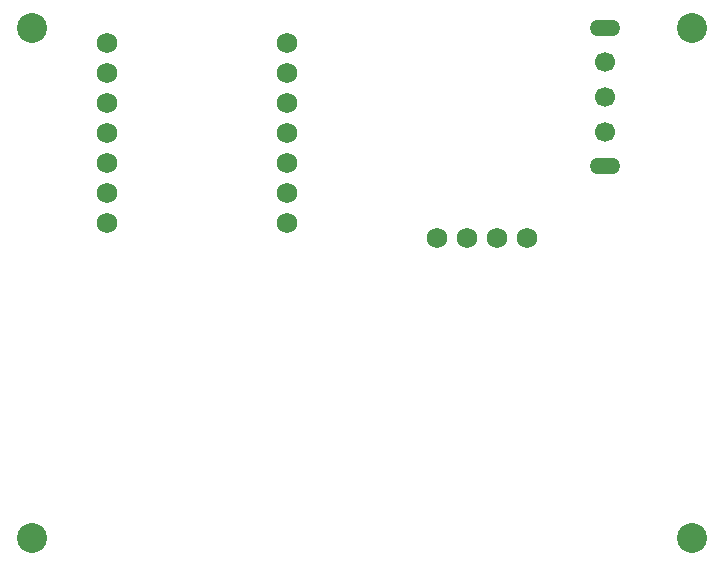
<source format=gbr>
%TF.GenerationSoftware,KiCad,Pcbnew,7.0.8*%
%TF.CreationDate,2024-01-07T13:33:52-05:00*%
%TF.ProjectId,destinationWeatherStation_r4-5,64657374-696e-4617-9469-6f6e57656174,02*%
%TF.SameCoordinates,Original*%
%TF.FileFunction,Soldermask,Bot*%
%TF.FilePolarity,Negative*%
%FSLAX46Y46*%
G04 Gerber Fmt 4.6, Leading zero omitted, Abs format (unit mm)*
G04 Created by KiCad (PCBNEW 7.0.8) date 2024-01-07 13:33:52*
%MOMM*%
%LPD*%
G01*
G04 APERTURE LIST*
%ADD10C,2.540000*%
%ADD11O,2.600000X1.350000*%
%ADD12C,1.700000*%
%ADD13C,1.750000*%
G04 APERTURE END LIST*
D10*
%TO.C,H4*%
X172720000Y-118110000D03*
%TD*%
D11*
%TO.C,SW1*%
X165354000Y-86530000D03*
X165354000Y-74930000D03*
D12*
X165354000Y-83730000D03*
X165354000Y-80730000D03*
X165354000Y-77730000D03*
%TD*%
D10*
%TO.C,H1*%
X116840000Y-74930000D03*
%TD*%
%TO.C,H3*%
X116840000Y-118110000D03*
%TD*%
D13*
%TO.C,U1*%
X123190000Y-76200000D03*
X123190000Y-78740000D03*
X123190000Y-81280000D03*
X123190000Y-83820000D03*
X123190000Y-86360000D03*
X123190000Y-88900000D03*
X123190000Y-91440000D03*
X138430000Y-91440000D03*
X138430000Y-88900000D03*
X138430000Y-86360000D03*
X138430000Y-83820000D03*
X138430000Y-81280000D03*
X138430000Y-78740000D03*
X138430000Y-76200000D03*
%TD*%
%TO.C,U3*%
X151130000Y-92710000D03*
X153670000Y-92710000D03*
X156210000Y-92710000D03*
X158750000Y-92710000D03*
%TD*%
D10*
%TO.C,H2*%
X172720000Y-74930000D03*
%TD*%
M02*

</source>
